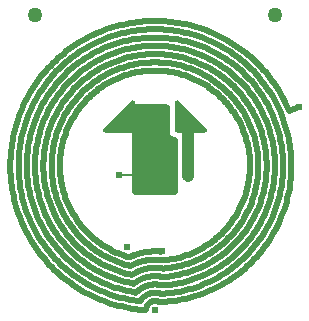
<source format=gbr>
G04 EAGLE Gerber RS-274X export*
G75*
%MOMM*%
%FSLAX34Y34*%
%LPD*%
%INCopper Layer 15*%
%IPPOS*%
%AMOC8*
5,1,8,0,0,1.08239X$1,22.5*%
G01*
%ADD10C,0.604800*%
%ADD11C,0.500000*%
%ADD12C,1.275000*%
%ADD13C,0.152400*%

G36*
X144250Y103495D02*
X144250Y103495D01*
X144251Y103495D01*
X144974Y103577D01*
X144975Y103577D01*
X145662Y103817D01*
X145662Y103818D01*
X145663Y103818D01*
X146279Y104205D01*
X146279Y104206D01*
X146280Y104206D01*
X146794Y104720D01*
X146795Y104721D01*
X147182Y105337D01*
X147182Y105338D01*
X147183Y105338D01*
X147423Y106025D01*
X147423Y106026D01*
X147424Y106028D01*
X147424Y106033D01*
X147427Y106053D01*
X147427Y106058D01*
X147428Y106063D01*
X147428Y106068D01*
X147429Y106073D01*
X147429Y106078D01*
X147430Y106083D01*
X147430Y106088D01*
X147433Y106108D01*
X147433Y106113D01*
X147434Y106118D01*
X147434Y106123D01*
X147435Y106128D01*
X147435Y106133D01*
X147436Y106133D01*
X147435Y106133D01*
X147436Y106138D01*
X147437Y106143D01*
X147439Y106168D01*
X147440Y106173D01*
X147441Y106177D01*
X147441Y106178D01*
X147441Y106182D01*
X147441Y106183D01*
X147442Y106187D01*
X147442Y106192D01*
X147443Y106197D01*
X147443Y106202D01*
X147446Y106222D01*
X147446Y106227D01*
X147447Y106232D01*
X147447Y106237D01*
X147448Y106242D01*
X147448Y106247D01*
X147449Y106252D01*
X147449Y106257D01*
X147450Y106257D01*
X147449Y106257D01*
X147452Y106277D01*
X147452Y106282D01*
X147453Y106287D01*
X147453Y106292D01*
X147454Y106297D01*
X147455Y106302D01*
X147455Y106307D01*
X147456Y106312D01*
X147458Y106336D01*
X147458Y106337D01*
X147459Y106341D01*
X147459Y106342D01*
X147460Y106346D01*
X147460Y106351D01*
X147461Y106356D01*
X147461Y106361D01*
X147462Y106366D01*
X147462Y106371D01*
X147465Y106391D01*
X147465Y106396D01*
X147466Y106401D01*
X147466Y106406D01*
X147467Y106411D01*
X147467Y106416D01*
X147468Y106421D01*
X147469Y106426D01*
X147471Y106446D01*
X147471Y106451D01*
X147472Y106456D01*
X147472Y106461D01*
X147473Y106466D01*
X147474Y106471D01*
X147474Y106476D01*
X147475Y106481D01*
X147477Y106500D01*
X147477Y106501D01*
X147477Y106505D01*
X147478Y106510D01*
X147479Y106515D01*
X147479Y106520D01*
X147480Y106525D01*
X147480Y106530D01*
X147481Y106535D01*
X147481Y106540D01*
X147484Y106560D01*
X147484Y106565D01*
X147485Y106570D01*
X147485Y106575D01*
X147486Y106580D01*
X147486Y106585D01*
X147487Y106590D01*
X147488Y106595D01*
X147490Y106615D01*
X147490Y106620D01*
X147491Y106625D01*
X147491Y106630D01*
X147492Y106635D01*
X147493Y106640D01*
X147493Y106645D01*
X147494Y106650D01*
X147496Y106669D01*
X147496Y106674D01*
X147497Y106674D01*
X147496Y106674D01*
X147497Y106679D01*
X147498Y106684D01*
X147498Y106689D01*
X147499Y106694D01*
X147499Y106699D01*
X147500Y106704D01*
X147500Y106709D01*
X147503Y106729D01*
X147503Y106734D01*
X147504Y106739D01*
X147504Y106744D01*
X147505Y106749D01*
X147505Y106750D01*
X147505Y149250D01*
X147505Y149251D01*
X147423Y149974D01*
X147423Y149975D01*
X147183Y150662D01*
X147182Y150662D01*
X147182Y150663D01*
X146795Y151279D01*
X146794Y151279D01*
X146794Y151280D01*
X146280Y151794D01*
X146279Y151795D01*
X145663Y152182D01*
X145662Y152182D01*
X145662Y152183D01*
X144975Y152423D01*
X144974Y152423D01*
X143528Y152586D01*
X142842Y152826D01*
X142227Y153213D01*
X141713Y153727D01*
X141326Y154342D01*
X141086Y155028D01*
X141005Y155750D01*
X141005Y176750D01*
X141005Y176751D01*
X140923Y177474D01*
X140923Y177475D01*
X140683Y178162D01*
X140682Y178162D01*
X140682Y178163D01*
X140295Y178779D01*
X140294Y178779D01*
X140294Y178780D01*
X139780Y179294D01*
X139779Y179295D01*
X139163Y179682D01*
X139162Y179682D01*
X139162Y179683D01*
X138475Y179923D01*
X138474Y179923D01*
X137751Y180005D01*
X137750Y180005D01*
X111105Y180005D01*
X111105Y181297D01*
X111019Y181878D01*
X111018Y181879D01*
X110767Y182410D01*
X110767Y182411D01*
X110372Y182846D01*
X110371Y182847D01*
X109868Y183149D01*
X109867Y183148D01*
X109867Y183149D01*
X109297Y183292D01*
X109296Y183291D01*
X109296Y183292D01*
X109240Y183289D01*
X109239Y183289D01*
X109139Y183284D01*
X109138Y183284D01*
X109038Y183279D01*
X109037Y183279D01*
X108937Y183274D01*
X108936Y183274D01*
X108835Y183269D01*
X108734Y183264D01*
X108710Y183263D01*
X108709Y183262D01*
X108708Y183263D01*
X108156Y183065D01*
X108155Y183064D01*
X108154Y183064D01*
X107683Y182715D01*
X107683Y182714D01*
X107682Y182714D01*
X84511Y159543D01*
X84511Y159542D01*
X84510Y159542D01*
X84161Y159071D01*
X84161Y159070D01*
X84160Y159070D01*
X83962Y158517D01*
X83963Y158516D01*
X83962Y158516D01*
X83962Y158515D01*
X83961Y158506D01*
X83958Y158426D01*
X83955Y158372D01*
X83955Y158371D01*
X83951Y158292D01*
X83948Y158237D01*
X83944Y158158D01*
X83942Y158103D01*
X83938Y158024D01*
X83935Y157969D01*
X83933Y157929D01*
X83934Y157928D01*
X83933Y157928D01*
X84076Y157358D01*
X84077Y157358D01*
X84076Y157357D01*
X84378Y156854D01*
X84379Y156853D01*
X84814Y156458D01*
X84815Y156458D01*
X85346Y156207D01*
X85347Y156207D01*
X85347Y156206D01*
X85928Y156120D01*
X108495Y156120D01*
X108495Y106750D01*
X108495Y106749D01*
X108577Y106026D01*
X108577Y106025D01*
X108817Y105338D01*
X108818Y105338D01*
X108818Y105337D01*
X109205Y104721D01*
X109206Y104721D01*
X109206Y104720D01*
X109720Y104206D01*
X109721Y104205D01*
X110337Y103818D01*
X110338Y103818D01*
X110338Y103817D01*
X111025Y103577D01*
X111026Y103577D01*
X111749Y103495D01*
X111750Y103495D01*
X144250Y103495D01*
X144250Y103495D01*
G37*
G36*
X157113Y114620D02*
X157113Y114620D01*
X157114Y114621D01*
X158171Y114990D01*
X158171Y114991D01*
X158172Y114991D01*
X159120Y115587D01*
X159121Y115587D01*
X159913Y116379D01*
X159913Y116380D01*
X160509Y117328D01*
X160509Y117329D01*
X160510Y117329D01*
X160879Y118386D01*
X160880Y118387D01*
X160880Y118390D01*
X160880Y118395D01*
X160881Y118395D01*
X160880Y118395D01*
X160883Y118420D01*
X160884Y118425D01*
X160884Y118430D01*
X160885Y118435D01*
X160886Y118440D01*
X160886Y118445D01*
X160887Y118449D01*
X160887Y118450D01*
X160887Y118454D01*
X160887Y118455D01*
X160890Y118479D01*
X160891Y118484D01*
X160891Y118489D01*
X160892Y118494D01*
X160892Y118499D01*
X160893Y118504D01*
X160893Y118509D01*
X160894Y118514D01*
X160894Y118519D01*
X160895Y118519D01*
X160894Y118519D01*
X160897Y118539D01*
X160897Y118544D01*
X160898Y118549D01*
X160898Y118554D01*
X160899Y118559D01*
X160900Y118564D01*
X160900Y118569D01*
X160901Y118574D01*
X160901Y118579D01*
X160903Y118599D01*
X160904Y118604D01*
X160905Y118608D01*
X160905Y118609D01*
X160905Y118613D01*
X160905Y118614D01*
X160906Y118618D01*
X160906Y118623D01*
X160907Y118628D01*
X160907Y118633D01*
X160908Y118638D01*
X160910Y118658D01*
X160911Y118663D01*
X160911Y118668D01*
X160912Y118673D01*
X160912Y118678D01*
X160913Y118683D01*
X160914Y118688D01*
X160914Y118693D01*
X160915Y118698D01*
X160917Y118718D01*
X160917Y118723D01*
X160918Y118728D01*
X160919Y118733D01*
X160919Y118738D01*
X160920Y118743D01*
X160920Y118748D01*
X160921Y118753D01*
X160921Y118758D01*
X160924Y118777D01*
X160924Y118782D01*
X160925Y118787D01*
X160925Y118792D01*
X160926Y118797D01*
X160926Y118802D01*
X160927Y118807D01*
X160928Y118812D01*
X160928Y118817D01*
X160930Y118837D01*
X160931Y118842D01*
X160931Y118847D01*
X160932Y118852D01*
X160933Y118857D01*
X160933Y118862D01*
X160934Y118867D01*
X160934Y118872D01*
X160935Y118877D01*
X160937Y118897D01*
X160938Y118902D01*
X160938Y118907D01*
X160939Y118912D01*
X160939Y118917D01*
X160940Y118922D01*
X160940Y118926D01*
X160940Y118927D01*
X160941Y118931D01*
X160941Y118932D01*
X160942Y118936D01*
X160944Y118956D01*
X160944Y118961D01*
X160945Y118966D01*
X160945Y118971D01*
X160946Y118976D01*
X160947Y118981D01*
X160947Y118986D01*
X160948Y118991D01*
X160948Y118996D01*
X160951Y119021D01*
X160952Y119026D01*
X160952Y119031D01*
X160953Y119036D01*
X160953Y119041D01*
X160954Y119046D01*
X160954Y119051D01*
X160955Y119056D01*
X160958Y119081D01*
X160958Y119085D01*
X160958Y119086D01*
X160959Y119090D01*
X160959Y119091D01*
X160959Y119095D01*
X160960Y119100D01*
X160961Y119105D01*
X160961Y119110D01*
X160962Y119115D01*
X160964Y119140D01*
X160965Y119145D01*
X160966Y119150D01*
X160966Y119155D01*
X160967Y119160D01*
X160967Y119165D01*
X160968Y119170D01*
X160968Y119175D01*
X160971Y119200D01*
X160972Y119205D01*
X160972Y119210D01*
X160973Y119215D01*
X160973Y119220D01*
X160974Y119225D01*
X160975Y119230D01*
X160975Y119235D01*
X160976Y119240D01*
X160978Y119259D01*
X160978Y119264D01*
X160979Y119269D01*
X160980Y119274D01*
X160980Y119279D01*
X160981Y119284D01*
X160981Y119289D01*
X160982Y119294D01*
X160982Y119299D01*
X160985Y119319D01*
X160985Y119324D01*
X160986Y119329D01*
X160986Y119334D01*
X160987Y119339D01*
X160987Y119344D01*
X160988Y119349D01*
X160989Y119354D01*
X160989Y119359D01*
X160991Y119379D01*
X160992Y119384D01*
X160992Y119389D01*
X160993Y119394D01*
X160994Y119399D01*
X160994Y119403D01*
X160994Y119404D01*
X160995Y119408D01*
X160995Y119409D01*
X160995Y119413D01*
X160996Y119418D01*
X160998Y119438D01*
X160999Y119443D01*
X160999Y119448D01*
X161000Y119453D01*
X161000Y119458D01*
X161001Y119463D01*
X161001Y119468D01*
X161002Y119473D01*
X161003Y119478D01*
X161005Y119498D01*
X161005Y119499D01*
X161005Y119500D01*
X161005Y156120D01*
X170072Y156120D01*
X170653Y156206D01*
X170654Y156207D01*
X171185Y156458D01*
X171186Y156458D01*
X171621Y156853D01*
X171621Y156854D01*
X171622Y156854D01*
X171924Y157357D01*
X171923Y157358D01*
X171924Y157358D01*
X172067Y157928D01*
X172066Y157928D01*
X172066Y157929D01*
X172067Y157929D01*
X172038Y158515D01*
X172037Y158516D01*
X172038Y158517D01*
X171840Y159070D01*
X171839Y159070D01*
X171839Y159071D01*
X171490Y159542D01*
X171489Y159542D01*
X171489Y159543D01*
X148318Y182714D01*
X148317Y182714D01*
X148317Y182715D01*
X147846Y183064D01*
X147845Y183064D01*
X147845Y183065D01*
X147292Y183263D01*
X147291Y183262D01*
X147290Y183263D01*
X147266Y183264D01*
X147165Y183269D01*
X147064Y183274D01*
X147063Y183274D01*
X146963Y183279D01*
X146962Y183279D01*
X146862Y183284D01*
X146861Y183284D01*
X146761Y183289D01*
X146760Y183289D01*
X146704Y183292D01*
X146703Y183291D01*
X146703Y183292D01*
X146133Y183149D01*
X146133Y183148D01*
X146132Y183149D01*
X145629Y182847D01*
X145628Y182846D01*
X145233Y182411D01*
X145233Y182410D01*
X144982Y181879D01*
X144982Y181878D01*
X144981Y181878D01*
X144980Y181869D01*
X144967Y181784D01*
X144958Y181725D01*
X144946Y181640D01*
X144933Y181556D01*
X144921Y181471D01*
X144912Y181412D01*
X144900Y181327D01*
X144899Y181327D01*
X144895Y181297D01*
X144895Y158125D01*
X144895Y158124D01*
X144963Y157607D01*
X144964Y157606D01*
X144964Y157605D01*
X145163Y157123D01*
X145164Y157123D01*
X145164Y157122D01*
X145482Y156708D01*
X145483Y156708D01*
X145483Y156707D01*
X145897Y156389D01*
X145898Y156389D01*
X145898Y156388D01*
X146380Y156189D01*
X146381Y156189D01*
X146382Y156188D01*
X146899Y156120D01*
X146900Y156120D01*
X150995Y156120D01*
X150995Y119500D01*
X150995Y119499D01*
X151120Y118387D01*
X151121Y118386D01*
X151490Y117329D01*
X151491Y117329D01*
X151491Y117328D01*
X152087Y116380D01*
X152087Y116379D01*
X152879Y115587D01*
X152880Y115587D01*
X153828Y114991D01*
X153829Y114991D01*
X153829Y114990D01*
X154886Y114621D01*
X154887Y114620D01*
X155999Y114495D01*
X156000Y114496D01*
X156001Y114495D01*
X157113Y114620D01*
G37*
D10*
X128000Y6050D03*
X133700Y55700D03*
D11*
X128000Y55500D02*
X126832Y55486D01*
X125665Y55444D01*
X124500Y55375D01*
X123336Y55278D01*
X122175Y55153D01*
X121017Y55002D01*
X119863Y54823D01*
X118714Y54617D01*
X117569Y54384D01*
X116431Y54124D01*
X115299Y53837D01*
X114174Y53523D01*
X113057Y53183D01*
X111948Y52817D01*
X110848Y52425D01*
X109758Y52007D01*
X108678Y51563D01*
X107608Y51094D01*
X106550Y50600D01*
X128000Y55500D02*
X129092Y55488D01*
X130183Y55452D01*
X131274Y55392D01*
X132363Y55308D01*
X133449Y55200D01*
X128000Y13500D02*
X127819Y13498D01*
X127637Y13491D01*
X127456Y13480D01*
X127275Y13465D01*
X127095Y13445D01*
X126915Y13421D01*
X126735Y13393D01*
X126557Y13360D01*
X126379Y13323D01*
X126202Y13282D01*
X126027Y13236D01*
X125852Y13186D01*
X125679Y13132D01*
X125507Y13074D01*
X125336Y13012D01*
X125167Y12945D01*
X125000Y12874D01*
X124835Y12800D01*
X124671Y12721D01*
X124509Y12639D01*
X124350Y12552D01*
X124192Y12462D01*
X124037Y12368D01*
X123884Y12270D01*
X123733Y12169D01*
X123585Y12064D01*
X123440Y11955D01*
X123297Y11843D01*
X123157Y11728D01*
X123020Y11609D01*
X122885Y11487D01*
X122754Y11361D01*
X122626Y11233D01*
X122501Y11101D01*
X122379Y10967D01*
X122260Y10829D01*
X122145Y10689D01*
X122033Y10546D01*
X121925Y10400D01*
X121820Y10252D01*
X121719Y10101D01*
X121622Y9948D01*
X121528Y9792D01*
X121438Y9635D01*
X121352Y9475D01*
X121270Y9313D01*
X121191Y9149D01*
X121117Y8983D01*
X121047Y8816D01*
X120981Y8647D01*
X120919Y8476D01*
X120861Y8304D01*
X120807Y8131D01*
X120758Y7956D01*
X120713Y7780D01*
X120672Y7603D01*
X120635Y7426D01*
X120603Y7247D01*
X120574Y7068D01*
X120551Y6888D01*
X120531Y6707D01*
X120517Y6526D01*
X120506Y6345D01*
X120500Y6163D01*
X120498Y5982D01*
X120501Y5800D01*
X128000Y13501D02*
X128183Y13497D01*
X128365Y13489D01*
X128547Y13476D01*
X128729Y13459D01*
X128910Y13438D01*
X129091Y13412D01*
X129271Y13382D01*
X129450Y13347D01*
X129628Y13308D01*
X129805Y13265D01*
X129982Y13218D01*
X130156Y13166D01*
X130330Y13110D01*
X130502Y13049D01*
X130673Y12985D01*
X130842Y12916D01*
X131010Y12843D01*
X131175Y12766D01*
X131339Y12686D01*
X131500Y12601D01*
X128000Y20500D02*
X127645Y20495D01*
X127291Y20482D01*
X126937Y20460D01*
X126584Y20430D01*
X126232Y20391D01*
X125881Y20343D01*
X125531Y20287D01*
X125183Y20222D01*
X124836Y20149D01*
X124491Y20067D01*
X124148Y19977D01*
X123808Y19878D01*
X123470Y19772D01*
X123135Y19657D01*
X122802Y19533D01*
X122473Y19402D01*
X122147Y19263D01*
X121825Y19116D01*
X121506Y18961D01*
X121192Y18798D01*
X120881Y18627D01*
X120574Y18449D01*
X120272Y18264D01*
X119975Y18071D01*
X119682Y17871D01*
X119395Y17664D01*
X119112Y17450D01*
X118835Y17229D01*
X118563Y17002D01*
X118297Y16768D01*
X118037Y16527D01*
X117783Y16280D01*
X117535Y16027D01*
X117293Y15768D01*
X117057Y15503D01*
X116828Y15233D01*
X116606Y14957D01*
X116391Y14676D01*
X116182Y14389D01*
X115981Y14097D01*
X115786Y13801D01*
X115600Y13500D01*
X128000Y20500D02*
X128334Y20500D01*
X128667Y20492D01*
X129001Y20476D01*
X129334Y20452D01*
X129666Y20421D01*
X129997Y20382D01*
X130328Y20336D01*
X130657Y20282D01*
X130985Y20220D01*
X131312Y20151D01*
X131637Y20074D01*
X131960Y19990D01*
X132281Y19899D01*
X132600Y19800D01*
X128000Y27500D02*
X127476Y27494D01*
X126952Y27474D01*
X126428Y27442D01*
X125905Y27398D01*
X125384Y27340D01*
X124864Y27270D01*
X124346Y27187D01*
X123830Y27092D01*
X123317Y26984D01*
X122807Y26863D01*
X122299Y26730D01*
X121795Y26585D01*
X121295Y26428D01*
X120798Y26258D01*
X120306Y26076D01*
X119819Y25883D01*
X119336Y25677D01*
X118859Y25460D01*
X118387Y25231D01*
X117921Y24991D01*
X117460Y24739D01*
X117006Y24477D01*
X116559Y24203D01*
X116118Y23918D01*
X115684Y23623D01*
X115258Y23318D01*
X114840Y23002D01*
X114429Y22675D01*
X114026Y22339D01*
X113631Y21994D01*
X113246Y21638D01*
X112868Y21274D01*
X112500Y20900D01*
X128000Y27500D02*
X128515Y27495D01*
X129029Y27478D01*
X129543Y27448D01*
X130056Y27407D01*
X130568Y27353D01*
X131078Y27286D01*
X131587Y27208D01*
X132094Y27117D01*
X132598Y27015D01*
X133100Y26900D01*
X128000Y34501D02*
X127314Y34494D01*
X126628Y34470D01*
X125943Y34430D01*
X125260Y34374D01*
X124578Y34301D01*
X123897Y34211D01*
X123219Y34105D01*
X122544Y33983D01*
X121872Y33845D01*
X121204Y33691D01*
X120539Y33520D01*
X119879Y33334D01*
X119223Y33132D01*
X118573Y32914D01*
X117928Y32681D01*
X117288Y32432D01*
X116655Y32168D01*
X116029Y31888D01*
X115409Y31594D01*
X114796Y31285D01*
X114192Y30961D01*
X113595Y30623D01*
X113006Y30270D01*
X112426Y29903D01*
X111855Y29523D01*
X111294Y29129D01*
X110742Y28721D01*
X110200Y28301D01*
X128000Y34500D02*
X128660Y34494D01*
X129320Y34473D01*
X129979Y34437D01*
X130637Y34385D01*
X131294Y34318D01*
X131949Y34236D01*
X132601Y34139D01*
X133252Y34027D01*
X133900Y33900D01*
X128000Y41500D02*
X127150Y41490D01*
X126300Y41460D01*
X125451Y41409D01*
X124604Y41338D01*
X123759Y41247D01*
X122916Y41135D01*
X122076Y41003D01*
X121240Y40852D01*
X120407Y40680D01*
X119579Y40489D01*
X118755Y40277D01*
X117937Y40046D01*
X117125Y39796D01*
X116319Y39526D01*
X115519Y39237D01*
X114727Y38928D01*
X113942Y38601D01*
X113166Y38255D01*
X112398Y37891D01*
X111638Y37509D01*
X110889Y37108D01*
X110149Y36689D01*
X109419Y36253D01*
X108700Y35800D01*
X128000Y41500D02*
X128766Y41495D01*
X129532Y41473D01*
X130297Y41436D01*
X131061Y41381D01*
X131824Y41310D01*
X132585Y41223D01*
X133344Y41120D01*
X134100Y41000D01*
X128000Y48500D02*
X126987Y48489D01*
X125974Y48453D01*
X124963Y48393D01*
X123954Y48310D01*
X122946Y48202D01*
X121942Y48070D01*
X120941Y47914D01*
X119944Y47735D01*
X118951Y47532D01*
X117964Y47305D01*
X116983Y47055D01*
X116007Y46781D01*
X115039Y46485D01*
X114077Y46165D01*
X113124Y45822D01*
X112179Y45457D01*
X111243Y45070D01*
X110317Y44660D01*
X109400Y44228D01*
X108494Y43775D01*
X107600Y43300D01*
X128000Y48500D02*
X128916Y48494D01*
X129833Y48468D01*
X130748Y48422D01*
X131663Y48357D01*
X132575Y48272D01*
X133486Y48168D01*
X134394Y48043D01*
X135300Y47900D01*
X120500Y5750D02*
X117513Y5970D01*
X114533Y6263D01*
X111561Y6628D01*
X108599Y7066D01*
X105648Y7577D01*
X102711Y8159D01*
X99789Y8813D01*
X96884Y9538D01*
X93997Y10334D01*
X91131Y11201D01*
X88286Y12137D01*
X85466Y13142D01*
X82670Y14216D01*
X79902Y15358D01*
X77163Y16568D01*
X74454Y17844D01*
X71777Y19185D01*
X69134Y20592D01*
X66526Y22063D01*
X63954Y23598D01*
X61421Y25194D01*
X58928Y26853D01*
X56475Y28571D01*
X54066Y30349D01*
X51701Y32186D01*
X49381Y34080D01*
X47109Y36030D01*
X44884Y38034D01*
X42710Y40093D01*
X40586Y42204D01*
X38515Y44367D01*
X36497Y46579D01*
X34534Y48840D01*
X32627Y51148D01*
X30776Y53503D01*
X28984Y55902D01*
X27251Y58344D01*
X25578Y60827D01*
X23966Y63351D01*
X22417Y65913D01*
X20930Y68513D01*
X19508Y71148D01*
X18151Y73817D01*
X16859Y76518D01*
X15633Y79250D01*
X14475Y82012D01*
X13384Y84801D01*
X12362Y87615D01*
X11409Y90454D01*
X10526Y93315D01*
X9713Y96197D01*
X8971Y99098D01*
X8300Y102016D01*
X7700Y104950D01*
X7172Y107898D01*
X6717Y110857D01*
X6334Y113827D01*
X6024Y116805D01*
X5786Y119790D01*
X5622Y122780D01*
X5530Y125773D01*
X5512Y128768D01*
X5567Y131762D01*
X5696Y134753D01*
X5897Y137741D01*
X6172Y140723D01*
X6519Y143697D01*
X6938Y146662D01*
X7431Y149616D01*
X7995Y152557D01*
X8631Y155483D01*
X9338Y158392D01*
X10116Y161284D01*
X10965Y164156D01*
X11883Y167006D01*
X12871Y169833D01*
X13928Y172634D01*
X15053Y175409D01*
X16245Y178156D01*
X17504Y180873D01*
X18830Y183558D01*
X20220Y186210D01*
X21675Y188828D01*
X23193Y191408D01*
X24774Y193951D01*
X26417Y196455D01*
X28121Y198918D01*
X29884Y201338D01*
X31706Y203715D01*
X33585Y206046D01*
X35521Y208330D01*
X37512Y210567D01*
X39557Y212754D01*
X41655Y214891D01*
X43804Y216976D01*
X46004Y219007D01*
X48253Y220984D01*
X50550Y222906D01*
X52892Y224771D01*
X55280Y226578D01*
X57711Y228326D01*
X60185Y230014D01*
X62698Y231641D01*
X65251Y233207D01*
X67841Y234709D01*
X70467Y236148D01*
X73128Y237522D01*
X75821Y238831D01*
X78546Y240073D01*
X81300Y241248D01*
X84082Y242356D01*
X86890Y243395D01*
X89723Y244366D01*
X92579Y245267D01*
X95456Y246098D01*
X98352Y246858D01*
X101266Y247547D01*
X104196Y248165D01*
X107140Y248711D01*
X110097Y249185D01*
X113064Y249586D01*
X116041Y249915D01*
X119024Y250171D01*
X122013Y250354D01*
X125005Y250463D01*
X128000Y250500D01*
X128000Y243500D02*
X130828Y243465D01*
X133655Y243362D01*
X136478Y243188D01*
X139296Y242946D01*
X142107Y242635D01*
X144910Y242255D01*
X147702Y241807D01*
X150483Y241291D01*
X153251Y240706D01*
X156003Y240054D01*
X158738Y239335D01*
X161455Y238549D01*
X164152Y237696D01*
X166827Y236778D01*
X169479Y235795D01*
X172106Y234747D01*
X174707Y233635D01*
X177280Y232460D01*
X179823Y231222D01*
X182335Y229922D01*
X184814Y228561D01*
X187260Y227140D01*
X189669Y225659D01*
X192042Y224120D01*
X194377Y222523D01*
X196671Y220869D01*
X198925Y219160D01*
X201136Y217396D01*
X203303Y215578D01*
X205425Y213708D01*
X207500Y211787D01*
X209528Y209815D01*
X211507Y207794D01*
X213436Y205725D01*
X215314Y203610D01*
X217139Y201450D01*
X218911Y199245D01*
X220628Y196998D01*
X222290Y194709D01*
X223895Y192380D01*
X225443Y190013D01*
X226932Y187608D01*
X228362Y185168D01*
X229732Y182693D01*
X231041Y180186D01*
X232288Y177647D01*
X233472Y175079D01*
X234593Y172482D01*
X235651Y169859D01*
X236643Y167210D01*
X237571Y164538D01*
X238433Y161845D01*
X239229Y159130D01*
X239958Y156398D01*
X240620Y153648D01*
X241214Y150882D01*
X241740Y148103D01*
X242199Y145312D01*
X242588Y142511D01*
X242909Y139701D01*
X243162Y136884D01*
X243345Y134061D01*
X243459Y131235D01*
X243503Y128407D01*
X243479Y125579D01*
X243385Y122752D01*
X243222Y119928D01*
X242990Y117109D01*
X242689Y114297D01*
X242319Y111493D01*
X241881Y108699D01*
X241374Y105916D01*
X240799Y103147D01*
X240157Y100392D01*
X239448Y97654D01*
X238671Y94934D01*
X237828Y92234D01*
X236920Y89556D01*
X235946Y86900D01*
X234907Y84270D01*
X233805Y81665D01*
X232638Y79088D01*
X231410Y76541D01*
X230119Y74024D01*
X228766Y71540D01*
X227354Y69090D01*
X225882Y66674D01*
X224351Y64296D01*
X222762Y61956D01*
X221117Y59655D01*
X219416Y57396D01*
X217659Y55179D01*
X215850Y53005D01*
X213987Y50877D01*
X212073Y48794D01*
X210108Y46759D01*
X208095Y44773D01*
X206033Y42837D01*
X203924Y40952D01*
X201770Y39119D01*
X199572Y37339D01*
X197331Y35614D01*
X195048Y33944D01*
X192725Y32331D01*
X190363Y30774D01*
X187964Y29277D01*
X185529Y27838D01*
X183059Y26459D01*
X180556Y25142D01*
X178022Y23886D01*
X175458Y22692D01*
X172865Y21562D01*
X170246Y20495D01*
X167601Y19493D01*
X164932Y18556D01*
X162241Y17684D01*
X159530Y16879D01*
X156800Y16140D01*
X154052Y15468D01*
X151289Y14864D01*
X148512Y14328D01*
X145723Y13860D01*
X142923Y13460D01*
X140114Y13129D01*
X137297Y12867D01*
X134476Y12674D01*
X131650Y12550D01*
X115350Y13201D02*
X112547Y13544D01*
X109753Y13956D01*
X106971Y14437D01*
X104200Y14985D01*
X101444Y15600D01*
X98704Y16283D01*
X95982Y17033D01*
X93278Y17849D01*
X90596Y18730D01*
X87935Y19678D01*
X85299Y20689D01*
X82688Y21766D01*
X80105Y22905D01*
X77549Y24107D01*
X75024Y25372D01*
X72531Y26698D01*
X70071Y28084D01*
X67646Y29530D01*
X65256Y31035D01*
X62904Y32598D01*
X60591Y34218D01*
X58319Y35894D01*
X56088Y37625D01*
X53899Y39410D01*
X51756Y41248D01*
X49658Y43138D01*
X47606Y45079D01*
X45603Y47069D01*
X43649Y49108D01*
X41745Y51194D01*
X39893Y53325D01*
X38094Y55502D01*
X36348Y57721D01*
X34657Y59983D01*
X33022Y62285D01*
X31444Y64627D01*
X29923Y67007D01*
X28462Y69423D01*
X27059Y71874D01*
X25717Y74358D01*
X24436Y76875D01*
X23217Y79422D01*
X22061Y81998D01*
X20968Y84602D01*
X19939Y87232D01*
X18974Y89886D01*
X18075Y92563D01*
X17241Y95261D01*
X16474Y97978D01*
X15773Y100714D01*
X15140Y103466D01*
X14573Y106232D01*
X14075Y109012D01*
X13645Y111803D01*
X13283Y114603D01*
X12990Y117412D01*
X12765Y120227D01*
X12609Y123046D01*
X12523Y125869D01*
X12505Y128693D01*
X12556Y131516D01*
X12677Y134338D01*
X12866Y137155D01*
X13124Y139967D01*
X13451Y142772D01*
X13846Y145568D01*
X14310Y148354D01*
X14842Y151127D01*
X15441Y153887D01*
X16107Y156631D01*
X16840Y159358D01*
X17640Y162066D01*
X18506Y164754D01*
X19437Y167420D01*
X20433Y170062D01*
X21494Y172679D01*
X22618Y175270D01*
X23805Y177832D01*
X25054Y180364D01*
X26365Y182866D01*
X27737Y185334D01*
X29168Y187768D01*
X30659Y190166D01*
X32208Y192528D01*
X33814Y194850D01*
X35476Y197133D01*
X37194Y199374D01*
X38966Y201573D01*
X40791Y203728D01*
X42669Y205837D01*
X44597Y207900D01*
X46575Y209915D01*
X48602Y211881D01*
X50677Y213797D01*
X52797Y215662D01*
X54963Y217474D01*
X57172Y219233D01*
X59424Y220938D01*
X61716Y222586D01*
X64048Y224179D01*
X66419Y225713D01*
X68826Y227190D01*
X71269Y228607D01*
X73745Y229964D01*
X76254Y231260D01*
X78794Y232494D01*
X81363Y233666D01*
X83960Y234774D01*
X86584Y235819D01*
X89232Y236799D01*
X91904Y237714D01*
X94597Y238564D01*
X97310Y239348D01*
X100041Y240065D01*
X102789Y240715D01*
X105552Y241298D01*
X108329Y241812D01*
X111117Y242259D01*
X113915Y242638D01*
X116722Y242948D01*
X119536Y243189D01*
X122354Y243362D01*
X125176Y243465D01*
X128000Y243500D01*
X128000Y236500D02*
X130644Y236468D01*
X133287Y236371D01*
X135926Y236210D01*
X138561Y235985D01*
X141189Y235695D01*
X143810Y235342D01*
X146421Y234925D01*
X149021Y234444D01*
X151609Y233900D01*
X154183Y233294D01*
X156741Y232624D01*
X159282Y231893D01*
X161805Y231100D01*
X164307Y230245D01*
X166788Y229330D01*
X169246Y228355D01*
X171680Y227320D01*
X174087Y226226D01*
X176467Y225074D01*
X178819Y223864D01*
X181140Y222597D01*
X183429Y221274D01*
X185686Y219896D01*
X187908Y218463D01*
X190095Y216976D01*
X192245Y215437D01*
X194357Y213845D01*
X196429Y212203D01*
X198461Y210510D01*
X200451Y208769D01*
X202398Y206979D01*
X204301Y205143D01*
X206158Y203261D01*
X207969Y201334D01*
X209732Y199363D01*
X211447Y197351D01*
X213113Y195296D01*
X214728Y193202D01*
X216291Y191070D01*
X217802Y188900D01*
X219259Y186693D01*
X220663Y184452D01*
X222011Y182177D01*
X223303Y179870D01*
X224539Y177532D01*
X225718Y175165D01*
X226838Y172770D01*
X227900Y170348D01*
X228903Y167901D01*
X229845Y165431D01*
X230727Y162938D01*
X231549Y160424D01*
X232308Y157891D01*
X233006Y155341D01*
X233641Y152774D01*
X234214Y150192D01*
X234723Y147597D01*
X235169Y144991D01*
X235551Y142374D01*
X235870Y139749D01*
X236125Y137117D01*
X236315Y134480D01*
X236441Y131838D01*
X236502Y129195D01*
X236499Y126550D01*
X236432Y123907D01*
X236300Y121266D01*
X236104Y118629D01*
X235844Y115997D01*
X235520Y113373D01*
X235132Y110757D01*
X234680Y108152D01*
X234165Y105558D01*
X233587Y102978D01*
X232946Y100412D01*
X232243Y97863D01*
X231477Y95332D01*
X230651Y92820D01*
X229763Y90329D01*
X228815Y87860D01*
X227808Y85416D01*
X226740Y82996D01*
X225615Y80603D01*
X224431Y78239D01*
X223190Y75904D01*
X221892Y73600D01*
X220539Y71328D01*
X219131Y69090D01*
X217669Y66887D01*
X216153Y64720D01*
X214585Y62590D01*
X212966Y60500D01*
X211296Y58449D01*
X209576Y56440D01*
X207809Y54474D01*
X205993Y52551D01*
X204132Y50673D01*
X202225Y48840D01*
X200274Y47055D01*
X198281Y45318D01*
X196245Y43630D01*
X194169Y41992D01*
X192054Y40405D01*
X189901Y38870D01*
X187711Y37388D01*
X185485Y35960D01*
X183225Y34587D01*
X180933Y33269D01*
X178609Y32007D01*
X176255Y30802D01*
X173873Y29655D01*
X171463Y28567D01*
X169027Y27537D01*
X166567Y26567D01*
X164084Y25657D01*
X161580Y24809D01*
X159055Y24021D01*
X156513Y23295D01*
X153953Y22631D01*
X151378Y22030D01*
X148789Y21492D01*
X146187Y21017D01*
X143575Y20606D01*
X140954Y20258D01*
X138325Y19974D01*
X135690Y19755D01*
X133050Y19600D01*
X112250Y20649D02*
X109640Y21065D01*
X107041Y21544D01*
X104455Y22086D01*
X101882Y22690D01*
X99325Y23358D01*
X96785Y24087D01*
X94264Y24878D01*
X91762Y25730D01*
X89282Y26643D01*
X86825Y27616D01*
X84393Y28649D01*
X81986Y29740D01*
X79606Y30890D01*
X77256Y32098D01*
X74935Y33362D01*
X72646Y34682D01*
X70390Y36058D01*
X68167Y37489D01*
X65981Y38973D01*
X63831Y40509D01*
X61719Y42098D01*
X59647Y43738D01*
X57615Y45428D01*
X55625Y47166D01*
X53678Y48953D01*
X51774Y50787D01*
X49917Y52666D01*
X48105Y54590D01*
X46341Y56558D01*
X44625Y58567D01*
X42959Y60619D01*
X41343Y62710D01*
X39779Y64840D01*
X38266Y67007D01*
X36808Y69211D01*
X35403Y71449D01*
X34053Y73721D01*
X32759Y76025D01*
X31521Y78360D01*
X30341Y80724D01*
X29219Y83117D01*
X28155Y85536D01*
X27150Y87980D01*
X26206Y90448D01*
X25321Y92939D01*
X24498Y95450D01*
X23736Y97980D01*
X23035Y100528D01*
X22398Y103093D01*
X21822Y105672D01*
X21310Y108265D01*
X20861Y110869D01*
X20476Y113483D01*
X20154Y116106D01*
X19896Y118736D01*
X19703Y121372D01*
X19573Y124012D01*
X19508Y126653D01*
X19508Y129296D01*
X19571Y131938D01*
X19700Y134578D01*
X19892Y137213D01*
X20148Y139843D01*
X20469Y142467D01*
X20853Y145081D01*
X21301Y147686D01*
X21812Y150278D01*
X22386Y152858D01*
X23023Y155423D01*
X23722Y157971D01*
X24483Y160502D01*
X25305Y163014D01*
X26188Y165504D01*
X27132Y167973D01*
X28135Y170418D01*
X29198Y172837D01*
X30319Y175230D01*
X31498Y177595D01*
X32735Y179931D01*
X34028Y182235D01*
X35377Y184508D01*
X36780Y186747D01*
X38238Y188951D01*
X39749Y191119D01*
X41313Y193250D01*
X42927Y195342D01*
X44593Y197394D01*
X46308Y199404D01*
X48071Y201373D01*
X49881Y203298D01*
X51739Y205178D01*
X53641Y207012D01*
X55587Y208800D01*
X57576Y210540D01*
X59608Y212230D01*
X61679Y213871D01*
X63790Y215461D01*
X65939Y216999D01*
X68125Y218484D01*
X70347Y219915D01*
X72602Y221292D01*
X74891Y222613D01*
X77211Y223879D01*
X79561Y225087D01*
X81940Y226238D01*
X84346Y227331D01*
X86778Y228364D01*
X89235Y229339D01*
X91715Y230253D01*
X94216Y231106D01*
X96737Y231898D01*
X99276Y232629D01*
X101833Y233297D01*
X104405Y233903D01*
X106992Y234447D01*
X109590Y234927D01*
X112200Y235343D01*
X114819Y235696D01*
X117446Y235985D01*
X120079Y236210D01*
X122717Y236371D01*
X125357Y236468D01*
X128000Y236500D01*
X128000Y229500D02*
X130484Y229470D01*
X132968Y229378D01*
X135448Y229226D01*
X137923Y229014D01*
X140393Y228741D01*
X142855Y228407D01*
X145309Y228013D01*
X147752Y227560D01*
X150183Y227046D01*
X152601Y226474D01*
X155004Y225842D01*
X157391Y225152D01*
X159761Y224403D01*
X162111Y223597D01*
X164441Y222733D01*
X166749Y221813D01*
X169034Y220836D01*
X171294Y219804D01*
X173528Y218717D01*
X175736Y217575D01*
X177914Y216380D01*
X180062Y215132D01*
X182180Y213831D01*
X184265Y212480D01*
X186316Y211077D01*
X188332Y209625D01*
X190312Y208124D01*
X192255Y206574D01*
X194159Y204978D01*
X196024Y203336D01*
X197847Y201648D01*
X199629Y199916D01*
X201368Y198141D01*
X203064Y196325D01*
X204714Y194467D01*
X206318Y192569D01*
X207875Y190633D01*
X209384Y188659D01*
X210845Y186649D01*
X212256Y184603D01*
X213616Y182524D01*
X214925Y180412D01*
X216182Y178269D01*
X217387Y176095D01*
X218537Y173893D01*
X219634Y171663D01*
X220675Y169407D01*
X221661Y167126D01*
X222591Y164822D01*
X223464Y162495D01*
X224280Y160148D01*
X225038Y157782D01*
X225738Y155398D01*
X226380Y152997D01*
X226962Y150582D01*
X227486Y148153D01*
X227949Y145712D01*
X228353Y143260D01*
X228697Y140799D01*
X228980Y138330D01*
X229203Y135855D01*
X229365Y133376D01*
X229467Y130893D01*
X229507Y128409D01*
X229487Y125924D01*
X229406Y123440D01*
X229264Y120960D01*
X229062Y118483D01*
X228799Y116012D01*
X228475Y113549D01*
X228092Y111094D01*
X227648Y108649D01*
X227145Y106215D01*
X226582Y103795D01*
X225960Y101389D01*
X225280Y99000D01*
X224541Y96627D01*
X223744Y94274D01*
X222890Y91940D01*
X221979Y89628D01*
X221012Y87339D01*
X219989Y85075D01*
X218911Y82836D01*
X217779Y80624D01*
X216592Y78441D01*
X215353Y76287D01*
X214061Y74165D01*
X212718Y72074D01*
X211324Y70018D01*
X209880Y67995D01*
X208387Y66009D01*
X206845Y64060D01*
X205257Y62149D01*
X203622Y60278D01*
X201942Y58447D01*
X200218Y56658D01*
X198450Y54912D01*
X196640Y53209D01*
X194789Y51552D01*
X192898Y49940D01*
X190968Y48375D01*
X189000Y46857D01*
X186996Y45388D01*
X184956Y43969D01*
X182883Y42600D01*
X180776Y41282D01*
X178638Y40017D01*
X176469Y38803D01*
X174272Y37644D01*
X172046Y36538D01*
X169795Y35488D01*
X167518Y34492D01*
X165218Y33553D01*
X162895Y32670D01*
X160551Y31845D01*
X158188Y31077D01*
X155807Y30367D01*
X153409Y29716D01*
X150996Y29123D01*
X148569Y28590D01*
X146130Y28116D01*
X143679Y27702D01*
X141220Y27349D01*
X138752Y27055D01*
X136279Y26822D01*
X133800Y26650D01*
X109800Y28149D02*
X107362Y28624D01*
X104936Y29159D01*
X102524Y29753D01*
X100127Y30406D01*
X97748Y31117D01*
X95386Y31887D01*
X93043Y32714D01*
X90722Y33598D01*
X88423Y34538D01*
X86148Y35535D01*
X83897Y36586D01*
X81674Y37693D01*
X79478Y38854D01*
X77311Y40068D01*
X75174Y41335D01*
X73069Y42653D01*
X70997Y44023D01*
X68959Y45443D01*
X66956Y46913D01*
X64990Y48431D01*
X63062Y49996D01*
X61172Y51609D01*
X59323Y53267D01*
X57515Y54970D01*
X55749Y56717D01*
X54026Y58506D01*
X52347Y60337D01*
X50714Y62209D01*
X49127Y64120D01*
X47588Y66069D01*
X46096Y68055D01*
X44654Y70078D01*
X43261Y72135D01*
X41919Y74225D01*
X40629Y76348D01*
X39391Y78501D01*
X38206Y80684D01*
X37075Y82896D01*
X35999Y85134D01*
X34977Y87399D01*
X34012Y89687D01*
X33102Y91999D01*
X32250Y94332D01*
X31454Y96685D01*
X30717Y99057D01*
X30038Y101446D01*
X29417Y103851D01*
X28856Y106271D01*
X28354Y108704D01*
X27911Y111148D01*
X27529Y113602D01*
X27206Y116065D01*
X26944Y118535D01*
X26743Y121011D01*
X26602Y123491D01*
X26522Y125974D01*
X26503Y128457D01*
X26545Y130941D01*
X26647Y133423D01*
X26810Y135902D01*
X27033Y138375D01*
X27318Y140843D01*
X27662Y143303D01*
X28066Y145754D01*
X28531Y148194D01*
X29055Y150622D01*
X29638Y153037D01*
X30280Y155436D01*
X30981Y157819D01*
X31739Y160184D01*
X32556Y162530D01*
X33429Y164856D01*
X34359Y167159D01*
X35346Y169439D01*
X36387Y171694D01*
X37484Y173922D01*
X38635Y176124D01*
X39839Y178296D01*
X41096Y180438D01*
X42405Y182549D01*
X43766Y184628D01*
X45177Y186672D01*
X46637Y188681D01*
X48147Y190654D01*
X49704Y192589D01*
X51308Y194486D01*
X52958Y196343D01*
X54652Y198159D01*
X56391Y199933D01*
X58173Y201664D01*
X59996Y203350D01*
X61861Y204992D01*
X63764Y206587D01*
X65707Y208136D01*
X67686Y209636D01*
X69702Y211087D01*
X71753Y212489D01*
X73837Y213840D01*
X75954Y215140D01*
X78102Y216388D01*
X80280Y217582D01*
X82486Y218723D01*
X84720Y219810D01*
X86979Y220841D01*
X89263Y221817D01*
X91571Y222737D01*
X93900Y223600D01*
X96250Y224406D01*
X98618Y225154D01*
X101004Y225844D01*
X103407Y226475D01*
X105824Y227048D01*
X108254Y227561D01*
X110697Y228014D01*
X113149Y228408D01*
X115611Y228741D01*
X118080Y229014D01*
X120554Y229227D01*
X123034Y229378D01*
X125516Y229470D01*
X128000Y229500D01*
X128000Y222500D02*
X130304Y222472D01*
X132607Y222388D01*
X134907Y222247D01*
X137203Y222051D01*
X139493Y221798D01*
X141777Y221490D01*
X144052Y221127D01*
X146318Y220707D01*
X148572Y220233D01*
X150815Y219704D01*
X153044Y219121D01*
X155258Y218483D01*
X157456Y217791D01*
X159637Y217046D01*
X161798Y216248D01*
X163940Y215398D01*
X166060Y214496D01*
X168157Y213542D01*
X170231Y212537D01*
X172280Y211482D01*
X174302Y210378D01*
X176296Y209224D01*
X178262Y208022D01*
X180198Y206773D01*
X182103Y205477D01*
X183976Y204134D01*
X185816Y202747D01*
X187621Y201315D01*
X189391Y199839D01*
X191124Y198321D01*
X192819Y196761D01*
X194476Y195160D01*
X196094Y193519D01*
X197671Y191839D01*
X199207Y190121D01*
X200700Y188366D01*
X202150Y186575D01*
X203556Y184750D01*
X204917Y182891D01*
X206232Y180999D01*
X207501Y179075D01*
X208723Y177122D01*
X209896Y175139D01*
X211021Y173128D01*
X212096Y171090D01*
X213122Y169026D01*
X214096Y166939D01*
X215020Y164828D01*
X215892Y162695D01*
X216711Y160541D01*
X217478Y158368D01*
X218192Y156177D01*
X218852Y153970D01*
X219458Y151747D01*
X220009Y149510D01*
X220506Y147260D01*
X220948Y144998D01*
X221334Y142727D01*
X221665Y140446D01*
X221941Y138159D01*
X222160Y135865D01*
X222324Y133567D01*
X222431Y131265D01*
X222482Y128961D01*
X222477Y126657D01*
X222416Y124354D01*
X222299Y122053D01*
X222125Y119755D01*
X221896Y117462D01*
X221611Y115176D01*
X221270Y112897D01*
X220874Y110627D01*
X220422Y108368D01*
X219916Y106120D01*
X219354Y103885D01*
X218739Y101665D01*
X218069Y99460D01*
X217346Y97272D01*
X216570Y95102D01*
X215741Y92952D01*
X214860Y90823D01*
X213928Y88716D01*
X212944Y86633D01*
X211910Y84574D01*
X210825Y82541D01*
X209692Y80535D01*
X208510Y78557D01*
X207280Y76608D01*
X206003Y74690D01*
X204680Y72804D01*
X203311Y70951D01*
X201897Y69131D01*
X200439Y67347D01*
X198938Y65598D01*
X197395Y63887D01*
X195811Y62214D01*
X194186Y60580D01*
X192522Y58986D01*
X190820Y57434D01*
X189080Y55923D01*
X187304Y54455D01*
X185493Y53031D01*
X183647Y51651D01*
X181769Y50317D01*
X179858Y49029D01*
X177917Y47788D01*
X175946Y46594D01*
X173946Y45449D01*
X171919Y44354D01*
X169866Y43307D01*
X167788Y42312D01*
X165687Y41367D01*
X163563Y40474D01*
X161417Y39633D01*
X159252Y38844D01*
X157069Y38109D01*
X154868Y37426D01*
X152651Y36798D01*
X150419Y36224D01*
X148174Y35705D01*
X145918Y35240D01*
X143650Y34831D01*
X141373Y34477D01*
X139088Y34179D01*
X136797Y33936D01*
X134500Y33750D01*
X108350Y35549D02*
X106097Y36057D01*
X103857Y36619D01*
X101632Y37237D01*
X99423Y37908D01*
X97230Y38633D01*
X95056Y39411D01*
X92902Y40243D01*
X90768Y41126D01*
X88657Y42062D01*
X86569Y43049D01*
X84506Y44086D01*
X82469Y45174D01*
X80460Y46311D01*
X78478Y47497D01*
X76526Y48731D01*
X74605Y50012D01*
X72716Y51340D01*
X70859Y52714D01*
X69037Y54132D01*
X67250Y55595D01*
X65500Y57101D01*
X63786Y58649D01*
X62111Y60238D01*
X60476Y61868D01*
X58880Y63538D01*
X57326Y65246D01*
X55814Y66991D01*
X54345Y68773D01*
X52920Y70590D01*
X51540Y72442D01*
X50206Y74326D01*
X48918Y76243D01*
X47677Y78191D01*
X46484Y80168D01*
X45340Y82174D01*
X44246Y84207D01*
X43201Y86266D01*
X42207Y88351D01*
X41264Y90459D01*
X40373Y92589D01*
X39534Y94740D01*
X38748Y96912D01*
X38015Y99102D01*
X37336Y101309D01*
X36711Y103532D01*
X36141Y105769D01*
X35625Y108020D01*
X35165Y110283D01*
X34760Y112557D01*
X34411Y114839D01*
X34117Y117130D01*
X33880Y119427D01*
X33699Y121729D01*
X33574Y124035D01*
X33505Y126343D01*
X33493Y128652D01*
X33538Y130961D01*
X33638Y133268D01*
X33795Y135572D01*
X34009Y137871D01*
X34278Y140165D01*
X34604Y142451D01*
X34985Y144728D01*
X35421Y146996D01*
X35913Y149252D01*
X36460Y151496D01*
X37062Y153725D01*
X37718Y155939D01*
X38427Y158137D01*
X39191Y160316D01*
X40007Y162476D01*
X40876Y164616D01*
X41797Y166733D01*
X42769Y168828D01*
X43792Y170898D01*
X44865Y172943D01*
X45988Y174960D01*
X47160Y176950D01*
X48381Y178911D01*
X49649Y180841D01*
X50963Y182739D01*
X52324Y184605D01*
X53730Y186437D01*
X55180Y188234D01*
X56673Y189995D01*
X58209Y191719D01*
X59787Y193405D01*
X61406Y195053D01*
X63064Y196660D01*
X64761Y198226D01*
X66496Y199750D01*
X68268Y201231D01*
X70075Y202668D01*
X71917Y204061D01*
X73792Y205409D01*
X75700Y206710D01*
X77638Y207964D01*
X79607Y209171D01*
X81605Y210329D01*
X83631Y211438D01*
X85683Y212497D01*
X87760Y213506D01*
X89861Y214463D01*
X91985Y215369D01*
X94131Y216223D01*
X96297Y217024D01*
X98482Y217772D01*
X100684Y218467D01*
X102903Y219107D01*
X105136Y219693D01*
X107383Y220224D01*
X109643Y220700D01*
X111914Y221121D01*
X114194Y221486D01*
X116482Y221796D01*
X118777Y222049D01*
X121078Y222246D01*
X123383Y222387D01*
X125691Y222472D01*
X128000Y222500D01*
X128000Y215500D02*
X130143Y215474D01*
X132285Y215395D01*
X134424Y215264D01*
X136559Y215080D01*
X138689Y214845D01*
X140813Y214557D01*
X142929Y214217D01*
X145036Y213825D01*
X147133Y213382D01*
X149218Y212888D01*
X151291Y212343D01*
X153349Y211747D01*
X155393Y211101D01*
X157420Y210405D01*
X159429Y209660D01*
X161420Y208865D01*
X163390Y208023D01*
X165339Y207132D01*
X167266Y206193D01*
X169169Y205208D01*
X171048Y204177D01*
X172900Y203099D01*
X174726Y201977D01*
X176524Y200810D01*
X178292Y199600D01*
X180031Y198347D01*
X181738Y197051D01*
X183413Y195714D01*
X185054Y194337D01*
X186662Y192919D01*
X188234Y191463D01*
X189770Y189968D01*
X191269Y188437D01*
X192730Y186869D01*
X194152Y185266D01*
X195535Y183628D01*
X196877Y181957D01*
X198178Y180254D01*
X199436Y178520D01*
X200652Y176755D01*
X201824Y174960D01*
X202952Y173138D01*
X204035Y171289D01*
X205072Y169413D01*
X206063Y167513D01*
X207007Y165589D01*
X207904Y163643D01*
X208752Y161675D01*
X209553Y159687D01*
X210304Y157680D01*
X211006Y155655D01*
X211658Y153613D01*
X212260Y151557D01*
X212812Y149486D01*
X213312Y147402D01*
X213762Y145306D01*
X214159Y143201D01*
X214506Y141086D01*
X214800Y138963D01*
X215042Y136834D01*
X215232Y134699D01*
X215370Y132560D01*
X215455Y130419D01*
X215488Y128276D01*
X215468Y126133D01*
X215396Y123991D01*
X215271Y121852D01*
X215094Y119716D01*
X214864Y117585D01*
X214583Y115461D01*
X214250Y113344D01*
X213864Y111235D01*
X213428Y109137D01*
X212940Y107050D01*
X212401Y104976D01*
X211811Y102916D01*
X211171Y100870D01*
X210482Y98841D01*
X209742Y96830D01*
X208954Y94837D01*
X208117Y92864D01*
X207232Y90912D01*
X206300Y88983D01*
X205320Y87076D01*
X204294Y85195D01*
X203223Y83339D01*
X202106Y81510D01*
X200945Y79709D01*
X199740Y77936D01*
X198492Y76194D01*
X197201Y74483D01*
X195869Y72804D01*
X194497Y71158D01*
X193084Y69547D01*
X191633Y67970D01*
X190143Y66429D01*
X188616Y64926D01*
X187052Y63460D01*
X185454Y62033D01*
X183820Y60645D01*
X182153Y59298D01*
X180454Y57993D01*
X178723Y56729D01*
X176962Y55508D01*
X175171Y54330D01*
X173352Y53197D01*
X171506Y52108D01*
X169634Y51066D01*
X167737Y50069D01*
X165816Y49119D01*
X163872Y48216D01*
X161907Y47362D01*
X159921Y46555D01*
X157916Y45798D01*
X155894Y45090D01*
X153854Y44431D01*
X151799Y43823D01*
X149730Y43266D01*
X147648Y42759D01*
X145554Y42303D01*
X143449Y41899D01*
X141335Y41546D01*
X139213Y41246D01*
X137085Y40997D01*
X134950Y40801D01*
X107050Y43049D02*
X104986Y43585D01*
X102936Y44171D01*
X100901Y44806D01*
X98882Y45491D01*
X96880Y46225D01*
X94897Y47008D01*
X92933Y47838D01*
X90990Y48717D01*
X89069Y49642D01*
X87171Y50614D01*
X85298Y51632D01*
X83450Y52695D01*
X81628Y53803D01*
X79834Y54955D01*
X78068Y56150D01*
X76333Y57388D01*
X74627Y58668D01*
X72954Y59989D01*
X71313Y61350D01*
X69706Y62751D01*
X68133Y64191D01*
X66596Y65668D01*
X65096Y67183D01*
X63632Y68734D01*
X62207Y70320D01*
X60821Y71940D01*
X59475Y73594D01*
X58170Y75279D01*
X56906Y76996D01*
X55684Y78744D01*
X54506Y80521D01*
X53371Y82325D01*
X52280Y84157D01*
X51234Y86015D01*
X50234Y87898D01*
X49280Y89805D01*
X48372Y91734D01*
X47512Y93685D01*
X46700Y95657D01*
X45936Y97647D01*
X45221Y99656D01*
X44555Y101681D01*
X43938Y103722D01*
X43372Y105778D01*
X42855Y107846D01*
X42389Y109927D01*
X41974Y112018D01*
X41610Y114119D01*
X41298Y116228D01*
X41037Y118344D01*
X40827Y120466D01*
X40669Y122592D01*
X40564Y124722D01*
X40510Y126853D01*
X40508Y128985D01*
X40557Y131117D01*
X40659Y133246D01*
X40813Y135373D01*
X41018Y137495D01*
X41276Y139612D01*
X41584Y141721D01*
X41944Y143823D01*
X42355Y145915D01*
X42817Y147996D01*
X43330Y150066D01*
X43892Y152122D01*
X44505Y154165D01*
X45167Y156191D01*
X45879Y158201D01*
X46639Y160193D01*
X47447Y162166D01*
X48304Y164119D01*
X49207Y166050D01*
X50158Y167958D01*
X51155Y169843D01*
X52197Y171703D01*
X53284Y173537D01*
X54416Y175344D01*
X55591Y177123D01*
X56810Y178873D01*
X58070Y180592D01*
X59372Y182280D01*
X60715Y183936D01*
X62098Y185559D01*
X63520Y187148D01*
X64980Y188701D01*
X66478Y190219D01*
X68012Y191699D01*
X69582Y193142D01*
X71187Y194546D01*
X72825Y195911D01*
X74496Y197235D01*
X76199Y198518D01*
X77932Y199759D01*
X79696Y200958D01*
X81487Y202113D01*
X83307Y203225D01*
X85153Y204291D01*
X87025Y205313D01*
X88921Y206288D01*
X90840Y207217D01*
X92781Y208099D01*
X94743Y208933D01*
X96725Y209720D01*
X98725Y210457D01*
X100743Y211146D01*
X102777Y211786D01*
X104826Y212375D01*
X106889Y212915D01*
X108964Y213404D01*
X111050Y213843D01*
X113147Y214230D01*
X115252Y214566D01*
X117365Y214851D01*
X119485Y215085D01*
X121609Y215266D01*
X123737Y215396D01*
X125868Y215474D01*
X128000Y215500D01*
X128000Y208500D02*
X129963Y208476D01*
X131925Y208404D01*
X133885Y208285D01*
X135841Y208117D01*
X137793Y207902D01*
X139739Y207639D01*
X141678Y207330D01*
X143608Y206972D01*
X145530Y206568D01*
X147440Y206117D01*
X149340Y205620D01*
X151226Y205076D01*
X153099Y204487D01*
X154957Y203852D01*
X156799Y203172D01*
X158624Y202447D01*
X160430Y201678D01*
X162218Y200865D01*
X163985Y200009D01*
X165730Y199110D01*
X167453Y198169D01*
X169153Y197186D01*
X170828Y196162D01*
X172477Y195097D01*
X174100Y193992D01*
X175696Y192848D01*
X177263Y191666D01*
X178801Y190445D01*
X180309Y189188D01*
X181786Y187894D01*
X183231Y186564D01*
X184642Y185200D01*
X186021Y183801D01*
X187364Y182369D01*
X188672Y180905D01*
X189945Y179410D01*
X191180Y177884D01*
X192378Y176328D01*
X193537Y174744D01*
X194658Y173131D01*
X195739Y171492D01*
X196779Y169827D01*
X197779Y168137D01*
X198737Y166424D01*
X199653Y164687D01*
X200526Y162929D01*
X201357Y161149D01*
X202143Y159350D01*
X202886Y157533D01*
X203584Y155698D01*
X204237Y153846D01*
X204844Y151979D01*
X205406Y150098D01*
X205922Y148203D01*
X206391Y146297D01*
X206814Y144380D01*
X207190Y142453D01*
X207519Y140517D01*
X207801Y138574D01*
X208035Y136624D01*
X208221Y134670D01*
X208360Y132711D01*
X208451Y130750D01*
X208494Y128787D01*
X208489Y126824D01*
X208437Y124861D01*
X208336Y122900D01*
X208188Y120942D01*
X207992Y118989D01*
X207748Y117041D01*
X207457Y115099D01*
X207119Y113165D01*
X206733Y111240D01*
X206301Y109324D01*
X205822Y107420D01*
X205297Y105528D01*
X204726Y103650D01*
X204109Y101786D01*
X203447Y99938D01*
X202741Y98106D01*
X201989Y96292D01*
X201194Y94497D01*
X200355Y92722D01*
X199473Y90967D01*
X198548Y89235D01*
X197582Y87526D01*
X196574Y85841D01*
X195525Y84181D01*
X194437Y82548D01*
X193308Y80941D01*
X192141Y79362D01*
X190936Y77812D01*
X189693Y76292D01*
X188413Y74803D01*
X187098Y73345D01*
X185747Y71920D01*
X184362Y70529D01*
X182944Y69171D01*
X181493Y67848D01*
X180010Y66562D01*
X178496Y65312D01*
X176952Y64099D01*
X175379Y62924D01*
X173778Y61788D01*
X172149Y60691D01*
X170494Y59634D01*
X168814Y58618D01*
X167110Y57643D01*
X165382Y56710D01*
X163632Y55820D01*
X161861Y54972D01*
X160070Y54168D01*
X158260Y53408D01*
X156432Y52692D01*
X154587Y52021D01*
X152726Y51395D01*
X150850Y50815D01*
X148961Y50281D01*
X147059Y49793D01*
X145146Y49351D01*
X143222Y48956D01*
X141290Y48609D01*
X139350Y48308D01*
X137403Y48055D01*
X135450Y47849D01*
X106250Y50500D02*
X104357Y51057D01*
X102478Y51659D01*
X100614Y52308D01*
X98767Y53002D01*
X96938Y53741D01*
X95127Y54524D01*
X93336Y55352D01*
X91565Y56224D01*
X89817Y57138D01*
X88091Y58095D01*
X86390Y59095D01*
X84714Y60135D01*
X83063Y61216D01*
X81440Y62338D01*
X79844Y63499D01*
X78278Y64699D01*
X76741Y65936D01*
X75235Y67211D01*
X73761Y68523D01*
X72319Y69870D01*
X70911Y71252D01*
X69537Y72669D01*
X68199Y74118D01*
X66896Y75600D01*
X65630Y77114D01*
X64401Y78658D01*
X63211Y80231D01*
X62060Y81834D01*
X60948Y83464D01*
X59876Y85120D01*
X58846Y86803D01*
X57857Y88510D01*
X56910Y90242D01*
X56005Y91995D01*
X55145Y93771D01*
X54327Y95567D01*
X53554Y97382D01*
X52826Y99216D01*
X52143Y101067D01*
X51506Y102935D01*
X50914Y104817D01*
X50369Y106713D01*
X49871Y108623D01*
X49419Y110543D01*
X49015Y112475D01*
X48658Y114415D01*
X48349Y116364D01*
X48088Y118320D01*
X47874Y120281D01*
X47709Y122248D01*
X47592Y124217D01*
X47523Y126189D01*
X47503Y128162D01*
X47531Y130135D01*
X47608Y132107D01*
X47732Y134076D01*
X47905Y136042D01*
X48126Y138002D01*
X48396Y139957D01*
X48712Y141905D01*
X49077Y143844D01*
X49489Y145773D01*
X49948Y147692D01*
X50454Y149600D01*
X51007Y151494D01*
X51606Y153374D01*
X52251Y155239D01*
X52941Y157087D01*
X53676Y158918D01*
X54456Y160731D01*
X55281Y162523D01*
X56148Y164295D01*
X57060Y166045D01*
X58013Y167773D01*
X59009Y169476D01*
X60046Y171155D01*
X61124Y172807D01*
X62243Y174433D01*
X63400Y176031D01*
X64597Y177600D01*
X65832Y179139D01*
X67104Y180647D01*
X68412Y182124D01*
X69757Y183568D01*
X71136Y184979D01*
X72550Y186356D01*
X73997Y187697D01*
X75476Y189003D01*
X76987Y190272D01*
X78529Y191504D01*
X80100Y192697D01*
X81700Y193852D01*
X83328Y194967D01*
X84982Y196042D01*
X86663Y197076D01*
X88368Y198068D01*
X90098Y199018D01*
X91850Y199926D01*
X93623Y200790D01*
X95418Y201611D01*
X97232Y202388D01*
X99064Y203119D01*
X100914Y203806D01*
X102780Y204447D01*
X104661Y205042D01*
X106556Y205591D01*
X108465Y206094D01*
X110385Y206549D01*
X112315Y206957D01*
X114255Y207318D01*
X116203Y207631D01*
X118158Y207896D01*
X120119Y208113D01*
X122085Y208282D01*
X124055Y208403D01*
X126027Y208476D01*
X128000Y208500D01*
X122510Y55191D02*
X121311Y55042D01*
X120117Y54864D01*
X118927Y54656D01*
X117742Y54419D01*
X116564Y54154D01*
X115393Y53860D01*
X114229Y53537D01*
X113073Y53187D01*
X111926Y52808D01*
X110789Y52401D01*
X109662Y51966D01*
X108546Y51505D01*
X107442Y51016D01*
X106350Y50500D01*
X241450Y174250D02*
X240300Y176976D01*
X239084Y179674D01*
X237803Y182342D01*
X236458Y184978D01*
X235050Y187581D01*
X233579Y190149D01*
X232047Y192681D01*
X230454Y195175D01*
X228802Y197630D01*
X227090Y200044D01*
X225321Y202417D01*
X223495Y204745D01*
X221613Y207029D01*
X219676Y209267D01*
X217686Y211458D01*
X215644Y213599D01*
X213551Y215691D01*
X211408Y217732D01*
X209216Y219720D01*
X206976Y221655D01*
X204691Y223535D01*
X202361Y225359D01*
X199987Y227127D01*
X197571Y228836D01*
X195115Y230487D01*
X192620Y232078D01*
X190087Y233608D01*
X187518Y235077D01*
X184914Y236483D01*
X182277Y237826D01*
X179608Y239104D01*
X176909Y240318D01*
X174181Y241467D01*
X171427Y242549D01*
X168647Y243564D01*
X165844Y244512D01*
X163018Y245392D01*
X160172Y246203D01*
X157307Y246945D01*
X154426Y247618D01*
X151528Y248222D01*
X148617Y248755D01*
X145694Y249217D01*
X142761Y249609D01*
X139819Y249930D01*
X136870Y250179D01*
X133916Y250358D01*
X130959Y250465D01*
X128000Y250500D01*
D10*
X249500Y178000D03*
D11*
X241600Y174200D01*
D10*
X104550Y58950D03*
X156000Y119000D03*
D12*
X229600Y256000D03*
X153400Y164500D03*
D10*
X97500Y120425D03*
D12*
X26400Y256000D03*
X102600Y164500D03*
D10*
X128000Y138500D03*
X128000Y117500D03*
X133500Y128000D03*
X122500Y128000D03*
D13*
X111500Y120425D02*
X97500Y120425D01*
X111500Y120425D02*
X111500Y120500D01*
M02*

</source>
